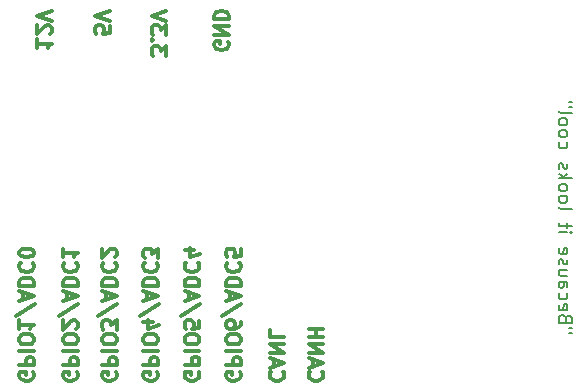
<source format=gbr>
%TF.GenerationSoftware,KiCad,Pcbnew,8.0.5*%
%TF.CreationDate,2024-12-11T15:25:16-08:00*%
%TF.ProjectId,ESP32-Proto,45535033-322d-4507-926f-746f2e6b6963,rev?*%
%TF.SameCoordinates,Original*%
%TF.FileFunction,Legend,Bot*%
%TF.FilePolarity,Positive*%
%FSLAX46Y46*%
G04 Gerber Fmt 4.6, Leading zero omitted, Abs format (unit mm)*
G04 Created by KiCad (PCBNEW 8.0.5) date 2024-12-11 15:25:16*
%MOMM*%
%LPD*%
G01*
G04 APERTURE LIST*
%ADD10C,0.300000*%
%ADD11C,0.187500*%
%ADD12C,1.600000*%
%ADD13R,1.600000X1.600000*%
%ADD14C,2.400000*%
%ADD15R,2.400000X2.400000*%
%ADD16C,3.500000*%
%ADD17O,1.350000X1.700000*%
%ADD18O,1.100000X1.500000*%
%ADD19C,2.600000*%
%ADD20R,2.600000X2.600000*%
G04 APERTURE END LIST*
D10*
X129959052Y-108450251D02*
X130018576Y-108569298D01*
X130018576Y-108569298D02*
X130018576Y-108747870D01*
X130018576Y-108747870D02*
X129959052Y-108926441D01*
X129959052Y-108926441D02*
X129840004Y-109045489D01*
X129840004Y-109045489D02*
X129720957Y-109105012D01*
X129720957Y-109105012D02*
X129482861Y-109164536D01*
X129482861Y-109164536D02*
X129304290Y-109164536D01*
X129304290Y-109164536D02*
X129066195Y-109105012D01*
X129066195Y-109105012D02*
X128947147Y-109045489D01*
X128947147Y-109045489D02*
X128828100Y-108926441D01*
X128828100Y-108926441D02*
X128768576Y-108747870D01*
X128768576Y-108747870D02*
X128768576Y-108628822D01*
X128768576Y-108628822D02*
X128828100Y-108450251D01*
X128828100Y-108450251D02*
X128887623Y-108390727D01*
X128887623Y-108390727D02*
X129304290Y-108390727D01*
X129304290Y-108390727D02*
X129304290Y-108628822D01*
X128768576Y-107855012D02*
X130018576Y-107855012D01*
X130018576Y-107855012D02*
X130018576Y-107378822D01*
X130018576Y-107378822D02*
X129959052Y-107259774D01*
X129959052Y-107259774D02*
X129899528Y-107200251D01*
X129899528Y-107200251D02*
X129780480Y-107140727D01*
X129780480Y-107140727D02*
X129601909Y-107140727D01*
X129601909Y-107140727D02*
X129482861Y-107200251D01*
X129482861Y-107200251D02*
X129423338Y-107259774D01*
X129423338Y-107259774D02*
X129363814Y-107378822D01*
X129363814Y-107378822D02*
X129363814Y-107855012D01*
X128768576Y-106605012D02*
X130018576Y-106605012D01*
X130018576Y-105771679D02*
X130018576Y-105533584D01*
X130018576Y-105533584D02*
X129959052Y-105414536D01*
X129959052Y-105414536D02*
X129840004Y-105295489D01*
X129840004Y-105295489D02*
X129601909Y-105235965D01*
X129601909Y-105235965D02*
X129185242Y-105235965D01*
X129185242Y-105235965D02*
X128947147Y-105295489D01*
X128947147Y-105295489D02*
X128828100Y-105414536D01*
X128828100Y-105414536D02*
X128768576Y-105533584D01*
X128768576Y-105533584D02*
X128768576Y-105771679D01*
X128768576Y-105771679D02*
X128828100Y-105890727D01*
X128828100Y-105890727D02*
X128947147Y-106009774D01*
X128947147Y-106009774D02*
X129185242Y-106069298D01*
X129185242Y-106069298D02*
X129601909Y-106069298D01*
X129601909Y-106069298D02*
X129840004Y-106009774D01*
X129840004Y-106009774D02*
X129959052Y-105890727D01*
X129959052Y-105890727D02*
X130018576Y-105771679D01*
X128768576Y-104045489D02*
X128768576Y-104759774D01*
X128768576Y-104402631D02*
X130018576Y-104402631D01*
X130018576Y-104402631D02*
X129840004Y-104521679D01*
X129840004Y-104521679D02*
X129720957Y-104640727D01*
X129720957Y-104640727D02*
X129661433Y-104759774D01*
X130078100Y-102616917D02*
X128470957Y-103688346D01*
X129125719Y-102259774D02*
X129125719Y-101664536D01*
X128768576Y-102378822D02*
X130018576Y-101962155D01*
X130018576Y-101962155D02*
X128768576Y-101545489D01*
X128768576Y-101128821D02*
X130018576Y-101128821D01*
X130018576Y-101128821D02*
X130018576Y-100831202D01*
X130018576Y-100831202D02*
X129959052Y-100652631D01*
X129959052Y-100652631D02*
X129840004Y-100533583D01*
X129840004Y-100533583D02*
X129720957Y-100474060D01*
X129720957Y-100474060D02*
X129482861Y-100414536D01*
X129482861Y-100414536D02*
X129304290Y-100414536D01*
X129304290Y-100414536D02*
X129066195Y-100474060D01*
X129066195Y-100474060D02*
X128947147Y-100533583D01*
X128947147Y-100533583D02*
X128828100Y-100652631D01*
X128828100Y-100652631D02*
X128768576Y-100831202D01*
X128768576Y-100831202D02*
X128768576Y-101128821D01*
X128887623Y-99164536D02*
X128828100Y-99224060D01*
X128828100Y-99224060D02*
X128768576Y-99402631D01*
X128768576Y-99402631D02*
X128768576Y-99521679D01*
X128768576Y-99521679D02*
X128828100Y-99700250D01*
X128828100Y-99700250D02*
X128947147Y-99819298D01*
X128947147Y-99819298D02*
X129066195Y-99878821D01*
X129066195Y-99878821D02*
X129304290Y-99938345D01*
X129304290Y-99938345D02*
X129482861Y-99938345D01*
X129482861Y-99938345D02*
X129720957Y-99878821D01*
X129720957Y-99878821D02*
X129840004Y-99819298D01*
X129840004Y-99819298D02*
X129959052Y-99700250D01*
X129959052Y-99700250D02*
X130018576Y-99521679D01*
X130018576Y-99521679D02*
X130018576Y-99402631D01*
X130018576Y-99402631D02*
X129959052Y-99224060D01*
X129959052Y-99224060D02*
X129899528Y-99164536D01*
X130018576Y-98390726D02*
X130018576Y-98271679D01*
X130018576Y-98271679D02*
X129959052Y-98152631D01*
X129959052Y-98152631D02*
X129899528Y-98093107D01*
X129899528Y-98093107D02*
X129780480Y-98033583D01*
X129780480Y-98033583D02*
X129542385Y-97974060D01*
X129542385Y-97974060D02*
X129244766Y-97974060D01*
X129244766Y-97974060D02*
X129006671Y-98033583D01*
X129006671Y-98033583D02*
X128887623Y-98093107D01*
X128887623Y-98093107D02*
X128828100Y-98152631D01*
X128828100Y-98152631D02*
X128768576Y-98271679D01*
X128768576Y-98271679D02*
X128768576Y-98390726D01*
X128768576Y-98390726D02*
X128828100Y-98509774D01*
X128828100Y-98509774D02*
X128887623Y-98569298D01*
X128887623Y-98569298D02*
X129006671Y-98628821D01*
X129006671Y-98628821D02*
X129244766Y-98688345D01*
X129244766Y-98688345D02*
X129542385Y-98688345D01*
X129542385Y-98688345D02*
X129780480Y-98628821D01*
X129780480Y-98628821D02*
X129899528Y-98569298D01*
X129899528Y-98569298D02*
X129959052Y-98509774D01*
X129959052Y-98509774D02*
X130018576Y-98390726D01*
X143959052Y-108450251D02*
X144018576Y-108569298D01*
X144018576Y-108569298D02*
X144018576Y-108747870D01*
X144018576Y-108747870D02*
X143959052Y-108926441D01*
X143959052Y-108926441D02*
X143840004Y-109045489D01*
X143840004Y-109045489D02*
X143720957Y-109105012D01*
X143720957Y-109105012D02*
X143482861Y-109164536D01*
X143482861Y-109164536D02*
X143304290Y-109164536D01*
X143304290Y-109164536D02*
X143066195Y-109105012D01*
X143066195Y-109105012D02*
X142947147Y-109045489D01*
X142947147Y-109045489D02*
X142828100Y-108926441D01*
X142828100Y-108926441D02*
X142768576Y-108747870D01*
X142768576Y-108747870D02*
X142768576Y-108628822D01*
X142768576Y-108628822D02*
X142828100Y-108450251D01*
X142828100Y-108450251D02*
X142887623Y-108390727D01*
X142887623Y-108390727D02*
X143304290Y-108390727D01*
X143304290Y-108390727D02*
X143304290Y-108628822D01*
X142768576Y-107855012D02*
X144018576Y-107855012D01*
X144018576Y-107855012D02*
X144018576Y-107378822D01*
X144018576Y-107378822D02*
X143959052Y-107259774D01*
X143959052Y-107259774D02*
X143899528Y-107200251D01*
X143899528Y-107200251D02*
X143780480Y-107140727D01*
X143780480Y-107140727D02*
X143601909Y-107140727D01*
X143601909Y-107140727D02*
X143482861Y-107200251D01*
X143482861Y-107200251D02*
X143423338Y-107259774D01*
X143423338Y-107259774D02*
X143363814Y-107378822D01*
X143363814Y-107378822D02*
X143363814Y-107855012D01*
X142768576Y-106605012D02*
X144018576Y-106605012D01*
X144018576Y-105771679D02*
X144018576Y-105533584D01*
X144018576Y-105533584D02*
X143959052Y-105414536D01*
X143959052Y-105414536D02*
X143840004Y-105295489D01*
X143840004Y-105295489D02*
X143601909Y-105235965D01*
X143601909Y-105235965D02*
X143185242Y-105235965D01*
X143185242Y-105235965D02*
X142947147Y-105295489D01*
X142947147Y-105295489D02*
X142828100Y-105414536D01*
X142828100Y-105414536D02*
X142768576Y-105533584D01*
X142768576Y-105533584D02*
X142768576Y-105771679D01*
X142768576Y-105771679D02*
X142828100Y-105890727D01*
X142828100Y-105890727D02*
X142947147Y-106009774D01*
X142947147Y-106009774D02*
X143185242Y-106069298D01*
X143185242Y-106069298D02*
X143601909Y-106069298D01*
X143601909Y-106069298D02*
X143840004Y-106009774D01*
X143840004Y-106009774D02*
X143959052Y-105890727D01*
X143959052Y-105890727D02*
X144018576Y-105771679D01*
X144018576Y-104105012D02*
X144018576Y-104700250D01*
X144018576Y-104700250D02*
X143423338Y-104759774D01*
X143423338Y-104759774D02*
X143482861Y-104700250D01*
X143482861Y-104700250D02*
X143542385Y-104581203D01*
X143542385Y-104581203D02*
X143542385Y-104283584D01*
X143542385Y-104283584D02*
X143482861Y-104164536D01*
X143482861Y-104164536D02*
X143423338Y-104105012D01*
X143423338Y-104105012D02*
X143304290Y-104045489D01*
X143304290Y-104045489D02*
X143006671Y-104045489D01*
X143006671Y-104045489D02*
X142887623Y-104105012D01*
X142887623Y-104105012D02*
X142828100Y-104164536D01*
X142828100Y-104164536D02*
X142768576Y-104283584D01*
X142768576Y-104283584D02*
X142768576Y-104581203D01*
X142768576Y-104581203D02*
X142828100Y-104700250D01*
X142828100Y-104700250D02*
X142887623Y-104759774D01*
X144078100Y-102616917D02*
X142470957Y-103688346D01*
X143125719Y-102259774D02*
X143125719Y-101664536D01*
X142768576Y-102378822D02*
X144018576Y-101962155D01*
X144018576Y-101962155D02*
X142768576Y-101545489D01*
X142768576Y-101128821D02*
X144018576Y-101128821D01*
X144018576Y-101128821D02*
X144018576Y-100831202D01*
X144018576Y-100831202D02*
X143959052Y-100652631D01*
X143959052Y-100652631D02*
X143840004Y-100533583D01*
X143840004Y-100533583D02*
X143720957Y-100474060D01*
X143720957Y-100474060D02*
X143482861Y-100414536D01*
X143482861Y-100414536D02*
X143304290Y-100414536D01*
X143304290Y-100414536D02*
X143066195Y-100474060D01*
X143066195Y-100474060D02*
X142947147Y-100533583D01*
X142947147Y-100533583D02*
X142828100Y-100652631D01*
X142828100Y-100652631D02*
X142768576Y-100831202D01*
X142768576Y-100831202D02*
X142768576Y-101128821D01*
X142887623Y-99164536D02*
X142828100Y-99224060D01*
X142828100Y-99224060D02*
X142768576Y-99402631D01*
X142768576Y-99402631D02*
X142768576Y-99521679D01*
X142768576Y-99521679D02*
X142828100Y-99700250D01*
X142828100Y-99700250D02*
X142947147Y-99819298D01*
X142947147Y-99819298D02*
X143066195Y-99878821D01*
X143066195Y-99878821D02*
X143304290Y-99938345D01*
X143304290Y-99938345D02*
X143482861Y-99938345D01*
X143482861Y-99938345D02*
X143720957Y-99878821D01*
X143720957Y-99878821D02*
X143840004Y-99819298D01*
X143840004Y-99819298D02*
X143959052Y-99700250D01*
X143959052Y-99700250D02*
X144018576Y-99521679D01*
X144018576Y-99521679D02*
X144018576Y-99402631D01*
X144018576Y-99402631D02*
X143959052Y-99224060D01*
X143959052Y-99224060D02*
X143899528Y-99164536D01*
X143601909Y-98093107D02*
X142768576Y-98093107D01*
X144078100Y-98390726D02*
X143185242Y-98688345D01*
X143185242Y-98688345D02*
X143185242Y-97914536D01*
X136959052Y-108450251D02*
X137018576Y-108569298D01*
X137018576Y-108569298D02*
X137018576Y-108747870D01*
X137018576Y-108747870D02*
X136959052Y-108926441D01*
X136959052Y-108926441D02*
X136840004Y-109045489D01*
X136840004Y-109045489D02*
X136720957Y-109105012D01*
X136720957Y-109105012D02*
X136482861Y-109164536D01*
X136482861Y-109164536D02*
X136304290Y-109164536D01*
X136304290Y-109164536D02*
X136066195Y-109105012D01*
X136066195Y-109105012D02*
X135947147Y-109045489D01*
X135947147Y-109045489D02*
X135828100Y-108926441D01*
X135828100Y-108926441D02*
X135768576Y-108747870D01*
X135768576Y-108747870D02*
X135768576Y-108628822D01*
X135768576Y-108628822D02*
X135828100Y-108450251D01*
X135828100Y-108450251D02*
X135887623Y-108390727D01*
X135887623Y-108390727D02*
X136304290Y-108390727D01*
X136304290Y-108390727D02*
X136304290Y-108628822D01*
X135768576Y-107855012D02*
X137018576Y-107855012D01*
X137018576Y-107855012D02*
X137018576Y-107378822D01*
X137018576Y-107378822D02*
X136959052Y-107259774D01*
X136959052Y-107259774D02*
X136899528Y-107200251D01*
X136899528Y-107200251D02*
X136780480Y-107140727D01*
X136780480Y-107140727D02*
X136601909Y-107140727D01*
X136601909Y-107140727D02*
X136482861Y-107200251D01*
X136482861Y-107200251D02*
X136423338Y-107259774D01*
X136423338Y-107259774D02*
X136363814Y-107378822D01*
X136363814Y-107378822D02*
X136363814Y-107855012D01*
X135768576Y-106605012D02*
X137018576Y-106605012D01*
X137018576Y-105771679D02*
X137018576Y-105533584D01*
X137018576Y-105533584D02*
X136959052Y-105414536D01*
X136959052Y-105414536D02*
X136840004Y-105295489D01*
X136840004Y-105295489D02*
X136601909Y-105235965D01*
X136601909Y-105235965D02*
X136185242Y-105235965D01*
X136185242Y-105235965D02*
X135947147Y-105295489D01*
X135947147Y-105295489D02*
X135828100Y-105414536D01*
X135828100Y-105414536D02*
X135768576Y-105533584D01*
X135768576Y-105533584D02*
X135768576Y-105771679D01*
X135768576Y-105771679D02*
X135828100Y-105890727D01*
X135828100Y-105890727D02*
X135947147Y-106009774D01*
X135947147Y-106009774D02*
X136185242Y-106069298D01*
X136185242Y-106069298D02*
X136601909Y-106069298D01*
X136601909Y-106069298D02*
X136840004Y-106009774D01*
X136840004Y-106009774D02*
X136959052Y-105890727D01*
X136959052Y-105890727D02*
X137018576Y-105771679D01*
X137018576Y-104819298D02*
X137018576Y-104045489D01*
X137018576Y-104045489D02*
X136542385Y-104462155D01*
X136542385Y-104462155D02*
X136542385Y-104283584D01*
X136542385Y-104283584D02*
X136482861Y-104164536D01*
X136482861Y-104164536D02*
X136423338Y-104105012D01*
X136423338Y-104105012D02*
X136304290Y-104045489D01*
X136304290Y-104045489D02*
X136006671Y-104045489D01*
X136006671Y-104045489D02*
X135887623Y-104105012D01*
X135887623Y-104105012D02*
X135828100Y-104164536D01*
X135828100Y-104164536D02*
X135768576Y-104283584D01*
X135768576Y-104283584D02*
X135768576Y-104640727D01*
X135768576Y-104640727D02*
X135828100Y-104759774D01*
X135828100Y-104759774D02*
X135887623Y-104819298D01*
X137078100Y-102616917D02*
X135470957Y-103688346D01*
X136125719Y-102259774D02*
X136125719Y-101664536D01*
X135768576Y-102378822D02*
X137018576Y-101962155D01*
X137018576Y-101962155D02*
X135768576Y-101545489D01*
X135768576Y-101128821D02*
X137018576Y-101128821D01*
X137018576Y-101128821D02*
X137018576Y-100831202D01*
X137018576Y-100831202D02*
X136959052Y-100652631D01*
X136959052Y-100652631D02*
X136840004Y-100533583D01*
X136840004Y-100533583D02*
X136720957Y-100474060D01*
X136720957Y-100474060D02*
X136482861Y-100414536D01*
X136482861Y-100414536D02*
X136304290Y-100414536D01*
X136304290Y-100414536D02*
X136066195Y-100474060D01*
X136066195Y-100474060D02*
X135947147Y-100533583D01*
X135947147Y-100533583D02*
X135828100Y-100652631D01*
X135828100Y-100652631D02*
X135768576Y-100831202D01*
X135768576Y-100831202D02*
X135768576Y-101128821D01*
X135887623Y-99164536D02*
X135828100Y-99224060D01*
X135828100Y-99224060D02*
X135768576Y-99402631D01*
X135768576Y-99402631D02*
X135768576Y-99521679D01*
X135768576Y-99521679D02*
X135828100Y-99700250D01*
X135828100Y-99700250D02*
X135947147Y-99819298D01*
X135947147Y-99819298D02*
X136066195Y-99878821D01*
X136066195Y-99878821D02*
X136304290Y-99938345D01*
X136304290Y-99938345D02*
X136482861Y-99938345D01*
X136482861Y-99938345D02*
X136720957Y-99878821D01*
X136720957Y-99878821D02*
X136840004Y-99819298D01*
X136840004Y-99819298D02*
X136959052Y-99700250D01*
X136959052Y-99700250D02*
X137018576Y-99521679D01*
X137018576Y-99521679D02*
X137018576Y-99402631D01*
X137018576Y-99402631D02*
X136959052Y-99224060D01*
X136959052Y-99224060D02*
X136899528Y-99164536D01*
X136899528Y-98688345D02*
X136959052Y-98628821D01*
X136959052Y-98628821D02*
X137018576Y-98509774D01*
X137018576Y-98509774D02*
X137018576Y-98212155D01*
X137018576Y-98212155D02*
X136959052Y-98093107D01*
X136959052Y-98093107D02*
X136899528Y-98033583D01*
X136899528Y-98033583D02*
X136780480Y-97974060D01*
X136780480Y-97974060D02*
X136661433Y-97974060D01*
X136661433Y-97974060D02*
X136482861Y-98033583D01*
X136482861Y-98033583D02*
X135768576Y-98747869D01*
X135768576Y-98747869D02*
X135768576Y-97974060D01*
X146459052Y-80450251D02*
X146518576Y-80569298D01*
X146518576Y-80569298D02*
X146518576Y-80747870D01*
X146518576Y-80747870D02*
X146459052Y-80926441D01*
X146459052Y-80926441D02*
X146340004Y-81045489D01*
X146340004Y-81045489D02*
X146220957Y-81105012D01*
X146220957Y-81105012D02*
X145982861Y-81164536D01*
X145982861Y-81164536D02*
X145804290Y-81164536D01*
X145804290Y-81164536D02*
X145566195Y-81105012D01*
X145566195Y-81105012D02*
X145447147Y-81045489D01*
X145447147Y-81045489D02*
X145328100Y-80926441D01*
X145328100Y-80926441D02*
X145268576Y-80747870D01*
X145268576Y-80747870D02*
X145268576Y-80628822D01*
X145268576Y-80628822D02*
X145328100Y-80450251D01*
X145328100Y-80450251D02*
X145387623Y-80390727D01*
X145387623Y-80390727D02*
X145804290Y-80390727D01*
X145804290Y-80390727D02*
X145804290Y-80628822D01*
X145268576Y-79855012D02*
X146518576Y-79855012D01*
X146518576Y-79855012D02*
X145268576Y-79140727D01*
X145268576Y-79140727D02*
X146518576Y-79140727D01*
X145268576Y-78545488D02*
X146518576Y-78545488D01*
X146518576Y-78545488D02*
X146518576Y-78247869D01*
X146518576Y-78247869D02*
X146459052Y-78069298D01*
X146459052Y-78069298D02*
X146340004Y-77950250D01*
X146340004Y-77950250D02*
X146220957Y-77890727D01*
X146220957Y-77890727D02*
X145982861Y-77831203D01*
X145982861Y-77831203D02*
X145804290Y-77831203D01*
X145804290Y-77831203D02*
X145566195Y-77890727D01*
X145566195Y-77890727D02*
X145447147Y-77950250D01*
X145447147Y-77950250D02*
X145328100Y-78069298D01*
X145328100Y-78069298D02*
X145268576Y-78247869D01*
X145268576Y-78247869D02*
X145268576Y-78545488D01*
X153387623Y-108390727D02*
X153328100Y-108450251D01*
X153328100Y-108450251D02*
X153268576Y-108628822D01*
X153268576Y-108628822D02*
X153268576Y-108747870D01*
X153268576Y-108747870D02*
X153328100Y-108926441D01*
X153328100Y-108926441D02*
X153447147Y-109045489D01*
X153447147Y-109045489D02*
X153566195Y-109105012D01*
X153566195Y-109105012D02*
X153804290Y-109164536D01*
X153804290Y-109164536D02*
X153982861Y-109164536D01*
X153982861Y-109164536D02*
X154220957Y-109105012D01*
X154220957Y-109105012D02*
X154340004Y-109045489D01*
X154340004Y-109045489D02*
X154459052Y-108926441D01*
X154459052Y-108926441D02*
X154518576Y-108747870D01*
X154518576Y-108747870D02*
X154518576Y-108628822D01*
X154518576Y-108628822D02*
X154459052Y-108450251D01*
X154459052Y-108450251D02*
X154399528Y-108390727D01*
X153625719Y-107914536D02*
X153625719Y-107319298D01*
X153268576Y-108033584D02*
X154518576Y-107616917D01*
X154518576Y-107616917D02*
X153268576Y-107200251D01*
X153268576Y-106783583D02*
X154518576Y-106783583D01*
X154518576Y-106783583D02*
X153268576Y-106069298D01*
X153268576Y-106069298D02*
X154518576Y-106069298D01*
X153268576Y-105474059D02*
X154518576Y-105474059D01*
X153923338Y-105474059D02*
X153923338Y-104759774D01*
X153268576Y-104759774D02*
X154518576Y-104759774D01*
X150087623Y-108390727D02*
X150028100Y-108450251D01*
X150028100Y-108450251D02*
X149968576Y-108628822D01*
X149968576Y-108628822D02*
X149968576Y-108747870D01*
X149968576Y-108747870D02*
X150028100Y-108926441D01*
X150028100Y-108926441D02*
X150147147Y-109045489D01*
X150147147Y-109045489D02*
X150266195Y-109105012D01*
X150266195Y-109105012D02*
X150504290Y-109164536D01*
X150504290Y-109164536D02*
X150682861Y-109164536D01*
X150682861Y-109164536D02*
X150920957Y-109105012D01*
X150920957Y-109105012D02*
X151040004Y-109045489D01*
X151040004Y-109045489D02*
X151159052Y-108926441D01*
X151159052Y-108926441D02*
X151218576Y-108747870D01*
X151218576Y-108747870D02*
X151218576Y-108628822D01*
X151218576Y-108628822D02*
X151159052Y-108450251D01*
X151159052Y-108450251D02*
X151099528Y-108390727D01*
X150325719Y-107914536D02*
X150325719Y-107319298D01*
X149968576Y-108033584D02*
X151218576Y-107616917D01*
X151218576Y-107616917D02*
X149968576Y-107200251D01*
X149968576Y-106783583D02*
X151218576Y-106783583D01*
X151218576Y-106783583D02*
X149968576Y-106069298D01*
X149968576Y-106069298D02*
X151218576Y-106069298D01*
X149968576Y-104878821D02*
X149968576Y-105474059D01*
X149968576Y-105474059D02*
X151218576Y-105474059D01*
X130268576Y-80250251D02*
X130268576Y-80964536D01*
X130268576Y-80607393D02*
X131518576Y-80607393D01*
X131518576Y-80607393D02*
X131340004Y-80726441D01*
X131340004Y-80726441D02*
X131220957Y-80845489D01*
X131220957Y-80845489D02*
X131161433Y-80964536D01*
X131399528Y-79774060D02*
X131459052Y-79714536D01*
X131459052Y-79714536D02*
X131518576Y-79595489D01*
X131518576Y-79595489D02*
X131518576Y-79297870D01*
X131518576Y-79297870D02*
X131459052Y-79178822D01*
X131459052Y-79178822D02*
X131399528Y-79119298D01*
X131399528Y-79119298D02*
X131280480Y-79059775D01*
X131280480Y-79059775D02*
X131161433Y-79059775D01*
X131161433Y-79059775D02*
X130982861Y-79119298D01*
X130982861Y-79119298D02*
X130268576Y-79833584D01*
X130268576Y-79833584D02*
X130268576Y-79059775D01*
X131518576Y-78702632D02*
X130268576Y-78285965D01*
X130268576Y-78285965D02*
X131518576Y-77869299D01*
D11*
X175544369Y-105123351D02*
X175334845Y-105123351D01*
X175544369Y-104704303D02*
X175334845Y-104704303D01*
X175020559Y-103866208D02*
X174968178Y-103709065D01*
X174968178Y-103709065D02*
X174915797Y-103656684D01*
X174915797Y-103656684D02*
X174811035Y-103604303D01*
X174811035Y-103604303D02*
X174653892Y-103604303D01*
X174653892Y-103604303D02*
X174549130Y-103656684D01*
X174549130Y-103656684D02*
X174496750Y-103709065D01*
X174496750Y-103709065D02*
X174444369Y-103813827D01*
X174444369Y-103813827D02*
X174444369Y-104232875D01*
X174444369Y-104232875D02*
X175544369Y-104232875D01*
X175544369Y-104232875D02*
X175544369Y-103866208D01*
X175544369Y-103866208D02*
X175491988Y-103761446D01*
X175491988Y-103761446D02*
X175439607Y-103709065D01*
X175439607Y-103709065D02*
X175334845Y-103656684D01*
X175334845Y-103656684D02*
X175230083Y-103656684D01*
X175230083Y-103656684D02*
X175125321Y-103709065D01*
X175125321Y-103709065D02*
X175072940Y-103761446D01*
X175072940Y-103761446D02*
X175020559Y-103866208D01*
X175020559Y-103866208D02*
X175020559Y-104232875D01*
X174496750Y-102713827D02*
X174444369Y-102818589D01*
X174444369Y-102818589D02*
X174444369Y-103028113D01*
X174444369Y-103028113D02*
X174496750Y-103132875D01*
X174496750Y-103132875D02*
X174601511Y-103185256D01*
X174601511Y-103185256D02*
X175020559Y-103185256D01*
X175020559Y-103185256D02*
X175125321Y-103132875D01*
X175125321Y-103132875D02*
X175177702Y-103028113D01*
X175177702Y-103028113D02*
X175177702Y-102818589D01*
X175177702Y-102818589D02*
X175125321Y-102713827D01*
X175125321Y-102713827D02*
X175020559Y-102661446D01*
X175020559Y-102661446D02*
X174915797Y-102661446D01*
X174915797Y-102661446D02*
X174811035Y-103185256D01*
X174496750Y-101718589D02*
X174444369Y-101823351D01*
X174444369Y-101823351D02*
X174444369Y-102032875D01*
X174444369Y-102032875D02*
X174496750Y-102137637D01*
X174496750Y-102137637D02*
X174549130Y-102190018D01*
X174549130Y-102190018D02*
X174653892Y-102242399D01*
X174653892Y-102242399D02*
X174968178Y-102242399D01*
X174968178Y-102242399D02*
X175072940Y-102190018D01*
X175072940Y-102190018D02*
X175125321Y-102137637D01*
X175125321Y-102137637D02*
X175177702Y-102032875D01*
X175177702Y-102032875D02*
X175177702Y-101823351D01*
X175177702Y-101823351D02*
X175125321Y-101718589D01*
X174444369Y-100775732D02*
X175020559Y-100775732D01*
X175020559Y-100775732D02*
X175125321Y-100828113D01*
X175125321Y-100828113D02*
X175177702Y-100932875D01*
X175177702Y-100932875D02*
X175177702Y-101142399D01*
X175177702Y-101142399D02*
X175125321Y-101247161D01*
X174496750Y-100775732D02*
X174444369Y-100880494D01*
X174444369Y-100880494D02*
X174444369Y-101142399D01*
X174444369Y-101142399D02*
X174496750Y-101247161D01*
X174496750Y-101247161D02*
X174601511Y-101299542D01*
X174601511Y-101299542D02*
X174706273Y-101299542D01*
X174706273Y-101299542D02*
X174811035Y-101247161D01*
X174811035Y-101247161D02*
X174863416Y-101142399D01*
X174863416Y-101142399D02*
X174863416Y-100880494D01*
X174863416Y-100880494D02*
X174915797Y-100775732D01*
X175177702Y-99780494D02*
X174444369Y-99780494D01*
X175177702Y-100251923D02*
X174601511Y-100251923D01*
X174601511Y-100251923D02*
X174496750Y-100199542D01*
X174496750Y-100199542D02*
X174444369Y-100094780D01*
X174444369Y-100094780D02*
X174444369Y-99937637D01*
X174444369Y-99937637D02*
X174496750Y-99832875D01*
X174496750Y-99832875D02*
X174549130Y-99780494D01*
X174496750Y-99309066D02*
X174444369Y-99204304D01*
X174444369Y-99204304D02*
X174444369Y-98994780D01*
X174444369Y-98994780D02*
X174496750Y-98890018D01*
X174496750Y-98890018D02*
X174601511Y-98837637D01*
X174601511Y-98837637D02*
X174653892Y-98837637D01*
X174653892Y-98837637D02*
X174758654Y-98890018D01*
X174758654Y-98890018D02*
X174811035Y-98994780D01*
X174811035Y-98994780D02*
X174811035Y-99151923D01*
X174811035Y-99151923D02*
X174863416Y-99256685D01*
X174863416Y-99256685D02*
X174968178Y-99309066D01*
X174968178Y-99309066D02*
X175020559Y-99309066D01*
X175020559Y-99309066D02*
X175125321Y-99256685D01*
X175125321Y-99256685D02*
X175177702Y-99151923D01*
X175177702Y-99151923D02*
X175177702Y-98994780D01*
X175177702Y-98994780D02*
X175125321Y-98890018D01*
X174496750Y-97947161D02*
X174444369Y-98051923D01*
X174444369Y-98051923D02*
X174444369Y-98261447D01*
X174444369Y-98261447D02*
X174496750Y-98366209D01*
X174496750Y-98366209D02*
X174601511Y-98418590D01*
X174601511Y-98418590D02*
X175020559Y-98418590D01*
X175020559Y-98418590D02*
X175125321Y-98366209D01*
X175125321Y-98366209D02*
X175177702Y-98261447D01*
X175177702Y-98261447D02*
X175177702Y-98051923D01*
X175177702Y-98051923D02*
X175125321Y-97947161D01*
X175125321Y-97947161D02*
X175020559Y-97894780D01*
X175020559Y-97894780D02*
X174915797Y-97894780D01*
X174915797Y-97894780D02*
X174811035Y-98418590D01*
X174444369Y-96585257D02*
X175177702Y-96585257D01*
X175544369Y-96585257D02*
X175491988Y-96637638D01*
X175491988Y-96637638D02*
X175439607Y-96585257D01*
X175439607Y-96585257D02*
X175491988Y-96532876D01*
X175491988Y-96532876D02*
X175544369Y-96585257D01*
X175544369Y-96585257D02*
X175439607Y-96585257D01*
X175177702Y-96218590D02*
X175177702Y-95799542D01*
X175544369Y-96061447D02*
X174601511Y-96061447D01*
X174601511Y-96061447D02*
X174496750Y-96009066D01*
X174496750Y-96009066D02*
X174444369Y-95904304D01*
X174444369Y-95904304D02*
X174444369Y-95799542D01*
X174444369Y-94437638D02*
X174496750Y-94542400D01*
X174496750Y-94542400D02*
X174601511Y-94594781D01*
X174601511Y-94594781D02*
X175544369Y-94594781D01*
X174444369Y-93861448D02*
X174496750Y-93966210D01*
X174496750Y-93966210D02*
X174549130Y-94018591D01*
X174549130Y-94018591D02*
X174653892Y-94070972D01*
X174653892Y-94070972D02*
X174968178Y-94070972D01*
X174968178Y-94070972D02*
X175072940Y-94018591D01*
X175072940Y-94018591D02*
X175125321Y-93966210D01*
X175125321Y-93966210D02*
X175177702Y-93861448D01*
X175177702Y-93861448D02*
X175177702Y-93704305D01*
X175177702Y-93704305D02*
X175125321Y-93599543D01*
X175125321Y-93599543D02*
X175072940Y-93547162D01*
X175072940Y-93547162D02*
X174968178Y-93494781D01*
X174968178Y-93494781D02*
X174653892Y-93494781D01*
X174653892Y-93494781D02*
X174549130Y-93547162D01*
X174549130Y-93547162D02*
X174496750Y-93599543D01*
X174496750Y-93599543D02*
X174444369Y-93704305D01*
X174444369Y-93704305D02*
X174444369Y-93861448D01*
X174444369Y-92866210D02*
X174496750Y-92970972D01*
X174496750Y-92970972D02*
X174549130Y-93023353D01*
X174549130Y-93023353D02*
X174653892Y-93075734D01*
X174653892Y-93075734D02*
X174968178Y-93075734D01*
X174968178Y-93075734D02*
X175072940Y-93023353D01*
X175072940Y-93023353D02*
X175125321Y-92970972D01*
X175125321Y-92970972D02*
X175177702Y-92866210D01*
X175177702Y-92866210D02*
X175177702Y-92709067D01*
X175177702Y-92709067D02*
X175125321Y-92604305D01*
X175125321Y-92604305D02*
X175072940Y-92551924D01*
X175072940Y-92551924D02*
X174968178Y-92499543D01*
X174968178Y-92499543D02*
X174653892Y-92499543D01*
X174653892Y-92499543D02*
X174549130Y-92551924D01*
X174549130Y-92551924D02*
X174496750Y-92604305D01*
X174496750Y-92604305D02*
X174444369Y-92709067D01*
X174444369Y-92709067D02*
X174444369Y-92866210D01*
X174444369Y-92028115D02*
X175544369Y-92028115D01*
X174863416Y-91923353D02*
X174444369Y-91609067D01*
X175177702Y-91609067D02*
X174758654Y-92028115D01*
X174496750Y-91190020D02*
X174444369Y-91085258D01*
X174444369Y-91085258D02*
X174444369Y-90875734D01*
X174444369Y-90875734D02*
X174496750Y-90770972D01*
X174496750Y-90770972D02*
X174601511Y-90718591D01*
X174601511Y-90718591D02*
X174653892Y-90718591D01*
X174653892Y-90718591D02*
X174758654Y-90770972D01*
X174758654Y-90770972D02*
X174811035Y-90875734D01*
X174811035Y-90875734D02*
X174811035Y-91032877D01*
X174811035Y-91032877D02*
X174863416Y-91137639D01*
X174863416Y-91137639D02*
X174968178Y-91190020D01*
X174968178Y-91190020D02*
X175020559Y-91190020D01*
X175020559Y-91190020D02*
X175125321Y-91137639D01*
X175125321Y-91137639D02*
X175177702Y-91032877D01*
X175177702Y-91032877D02*
X175177702Y-90875734D01*
X175177702Y-90875734D02*
X175125321Y-90770972D01*
X174496750Y-88937639D02*
X174444369Y-89042401D01*
X174444369Y-89042401D02*
X174444369Y-89251925D01*
X174444369Y-89251925D02*
X174496750Y-89356687D01*
X174496750Y-89356687D02*
X174549130Y-89409068D01*
X174549130Y-89409068D02*
X174653892Y-89461449D01*
X174653892Y-89461449D02*
X174968178Y-89461449D01*
X174968178Y-89461449D02*
X175072940Y-89409068D01*
X175072940Y-89409068D02*
X175125321Y-89356687D01*
X175125321Y-89356687D02*
X175177702Y-89251925D01*
X175177702Y-89251925D02*
X175177702Y-89042401D01*
X175177702Y-89042401D02*
X175125321Y-88937639D01*
X174444369Y-88309068D02*
X174496750Y-88413830D01*
X174496750Y-88413830D02*
X174549130Y-88466211D01*
X174549130Y-88466211D02*
X174653892Y-88518592D01*
X174653892Y-88518592D02*
X174968178Y-88518592D01*
X174968178Y-88518592D02*
X175072940Y-88466211D01*
X175072940Y-88466211D02*
X175125321Y-88413830D01*
X175125321Y-88413830D02*
X175177702Y-88309068D01*
X175177702Y-88309068D02*
X175177702Y-88151925D01*
X175177702Y-88151925D02*
X175125321Y-88047163D01*
X175125321Y-88047163D02*
X175072940Y-87994782D01*
X175072940Y-87994782D02*
X174968178Y-87942401D01*
X174968178Y-87942401D02*
X174653892Y-87942401D01*
X174653892Y-87942401D02*
X174549130Y-87994782D01*
X174549130Y-87994782D02*
X174496750Y-88047163D01*
X174496750Y-88047163D02*
X174444369Y-88151925D01*
X174444369Y-88151925D02*
X174444369Y-88309068D01*
X174444369Y-87313830D02*
X174496750Y-87418592D01*
X174496750Y-87418592D02*
X174549130Y-87470973D01*
X174549130Y-87470973D02*
X174653892Y-87523354D01*
X174653892Y-87523354D02*
X174968178Y-87523354D01*
X174968178Y-87523354D02*
X175072940Y-87470973D01*
X175072940Y-87470973D02*
X175125321Y-87418592D01*
X175125321Y-87418592D02*
X175177702Y-87313830D01*
X175177702Y-87313830D02*
X175177702Y-87156687D01*
X175177702Y-87156687D02*
X175125321Y-87051925D01*
X175125321Y-87051925D02*
X175072940Y-86999544D01*
X175072940Y-86999544D02*
X174968178Y-86947163D01*
X174968178Y-86947163D02*
X174653892Y-86947163D01*
X174653892Y-86947163D02*
X174549130Y-86999544D01*
X174549130Y-86999544D02*
X174496750Y-87051925D01*
X174496750Y-87051925D02*
X174444369Y-87156687D01*
X174444369Y-87156687D02*
X174444369Y-87313830D01*
X174444369Y-86318592D02*
X174496750Y-86423354D01*
X174496750Y-86423354D02*
X174601511Y-86475735D01*
X174601511Y-86475735D02*
X175544369Y-86475735D01*
X175544369Y-85951926D02*
X175334845Y-85951926D01*
X175544369Y-85532878D02*
X175334845Y-85532878D01*
D10*
X147459052Y-108450251D02*
X147518576Y-108569298D01*
X147518576Y-108569298D02*
X147518576Y-108747870D01*
X147518576Y-108747870D02*
X147459052Y-108926441D01*
X147459052Y-108926441D02*
X147340004Y-109045489D01*
X147340004Y-109045489D02*
X147220957Y-109105012D01*
X147220957Y-109105012D02*
X146982861Y-109164536D01*
X146982861Y-109164536D02*
X146804290Y-109164536D01*
X146804290Y-109164536D02*
X146566195Y-109105012D01*
X146566195Y-109105012D02*
X146447147Y-109045489D01*
X146447147Y-109045489D02*
X146328100Y-108926441D01*
X146328100Y-108926441D02*
X146268576Y-108747870D01*
X146268576Y-108747870D02*
X146268576Y-108628822D01*
X146268576Y-108628822D02*
X146328100Y-108450251D01*
X146328100Y-108450251D02*
X146387623Y-108390727D01*
X146387623Y-108390727D02*
X146804290Y-108390727D01*
X146804290Y-108390727D02*
X146804290Y-108628822D01*
X146268576Y-107855012D02*
X147518576Y-107855012D01*
X147518576Y-107855012D02*
X147518576Y-107378822D01*
X147518576Y-107378822D02*
X147459052Y-107259774D01*
X147459052Y-107259774D02*
X147399528Y-107200251D01*
X147399528Y-107200251D02*
X147280480Y-107140727D01*
X147280480Y-107140727D02*
X147101909Y-107140727D01*
X147101909Y-107140727D02*
X146982861Y-107200251D01*
X146982861Y-107200251D02*
X146923338Y-107259774D01*
X146923338Y-107259774D02*
X146863814Y-107378822D01*
X146863814Y-107378822D02*
X146863814Y-107855012D01*
X146268576Y-106605012D02*
X147518576Y-106605012D01*
X147518576Y-105771679D02*
X147518576Y-105533584D01*
X147518576Y-105533584D02*
X147459052Y-105414536D01*
X147459052Y-105414536D02*
X147340004Y-105295489D01*
X147340004Y-105295489D02*
X147101909Y-105235965D01*
X147101909Y-105235965D02*
X146685242Y-105235965D01*
X146685242Y-105235965D02*
X146447147Y-105295489D01*
X146447147Y-105295489D02*
X146328100Y-105414536D01*
X146328100Y-105414536D02*
X146268576Y-105533584D01*
X146268576Y-105533584D02*
X146268576Y-105771679D01*
X146268576Y-105771679D02*
X146328100Y-105890727D01*
X146328100Y-105890727D02*
X146447147Y-106009774D01*
X146447147Y-106009774D02*
X146685242Y-106069298D01*
X146685242Y-106069298D02*
X147101909Y-106069298D01*
X147101909Y-106069298D02*
X147340004Y-106009774D01*
X147340004Y-106009774D02*
X147459052Y-105890727D01*
X147459052Y-105890727D02*
X147518576Y-105771679D01*
X147518576Y-104164536D02*
X147518576Y-104402631D01*
X147518576Y-104402631D02*
X147459052Y-104521679D01*
X147459052Y-104521679D02*
X147399528Y-104581203D01*
X147399528Y-104581203D02*
X147220957Y-104700250D01*
X147220957Y-104700250D02*
X146982861Y-104759774D01*
X146982861Y-104759774D02*
X146506671Y-104759774D01*
X146506671Y-104759774D02*
X146387623Y-104700250D01*
X146387623Y-104700250D02*
X146328100Y-104640727D01*
X146328100Y-104640727D02*
X146268576Y-104521679D01*
X146268576Y-104521679D02*
X146268576Y-104283584D01*
X146268576Y-104283584D02*
X146328100Y-104164536D01*
X146328100Y-104164536D02*
X146387623Y-104105012D01*
X146387623Y-104105012D02*
X146506671Y-104045489D01*
X146506671Y-104045489D02*
X146804290Y-104045489D01*
X146804290Y-104045489D02*
X146923338Y-104105012D01*
X146923338Y-104105012D02*
X146982861Y-104164536D01*
X146982861Y-104164536D02*
X147042385Y-104283584D01*
X147042385Y-104283584D02*
X147042385Y-104521679D01*
X147042385Y-104521679D02*
X146982861Y-104640727D01*
X146982861Y-104640727D02*
X146923338Y-104700250D01*
X146923338Y-104700250D02*
X146804290Y-104759774D01*
X147578100Y-102616917D02*
X145970957Y-103688346D01*
X146625719Y-102259774D02*
X146625719Y-101664536D01*
X146268576Y-102378822D02*
X147518576Y-101962155D01*
X147518576Y-101962155D02*
X146268576Y-101545489D01*
X146268576Y-101128821D02*
X147518576Y-101128821D01*
X147518576Y-101128821D02*
X147518576Y-100831202D01*
X147518576Y-100831202D02*
X147459052Y-100652631D01*
X147459052Y-100652631D02*
X147340004Y-100533583D01*
X147340004Y-100533583D02*
X147220957Y-100474060D01*
X147220957Y-100474060D02*
X146982861Y-100414536D01*
X146982861Y-100414536D02*
X146804290Y-100414536D01*
X146804290Y-100414536D02*
X146566195Y-100474060D01*
X146566195Y-100474060D02*
X146447147Y-100533583D01*
X146447147Y-100533583D02*
X146328100Y-100652631D01*
X146328100Y-100652631D02*
X146268576Y-100831202D01*
X146268576Y-100831202D02*
X146268576Y-101128821D01*
X146387623Y-99164536D02*
X146328100Y-99224060D01*
X146328100Y-99224060D02*
X146268576Y-99402631D01*
X146268576Y-99402631D02*
X146268576Y-99521679D01*
X146268576Y-99521679D02*
X146328100Y-99700250D01*
X146328100Y-99700250D02*
X146447147Y-99819298D01*
X146447147Y-99819298D02*
X146566195Y-99878821D01*
X146566195Y-99878821D02*
X146804290Y-99938345D01*
X146804290Y-99938345D02*
X146982861Y-99938345D01*
X146982861Y-99938345D02*
X147220957Y-99878821D01*
X147220957Y-99878821D02*
X147340004Y-99819298D01*
X147340004Y-99819298D02*
X147459052Y-99700250D01*
X147459052Y-99700250D02*
X147518576Y-99521679D01*
X147518576Y-99521679D02*
X147518576Y-99402631D01*
X147518576Y-99402631D02*
X147459052Y-99224060D01*
X147459052Y-99224060D02*
X147399528Y-99164536D01*
X147518576Y-98033583D02*
X147518576Y-98628821D01*
X147518576Y-98628821D02*
X146923338Y-98688345D01*
X146923338Y-98688345D02*
X146982861Y-98628821D01*
X146982861Y-98628821D02*
X147042385Y-98509774D01*
X147042385Y-98509774D02*
X147042385Y-98212155D01*
X147042385Y-98212155D02*
X146982861Y-98093107D01*
X146982861Y-98093107D02*
X146923338Y-98033583D01*
X146923338Y-98033583D02*
X146804290Y-97974060D01*
X146804290Y-97974060D02*
X146506671Y-97974060D01*
X146506671Y-97974060D02*
X146387623Y-98033583D01*
X146387623Y-98033583D02*
X146328100Y-98093107D01*
X146328100Y-98093107D02*
X146268576Y-98212155D01*
X146268576Y-98212155D02*
X146268576Y-98509774D01*
X146268576Y-98509774D02*
X146328100Y-98628821D01*
X146328100Y-98628821D02*
X146387623Y-98688345D01*
X141218576Y-81624060D02*
X141218576Y-80850251D01*
X141218576Y-80850251D02*
X140742385Y-81266917D01*
X140742385Y-81266917D02*
X140742385Y-81088346D01*
X140742385Y-81088346D02*
X140682861Y-80969298D01*
X140682861Y-80969298D02*
X140623338Y-80909774D01*
X140623338Y-80909774D02*
X140504290Y-80850251D01*
X140504290Y-80850251D02*
X140206671Y-80850251D01*
X140206671Y-80850251D02*
X140087623Y-80909774D01*
X140087623Y-80909774D02*
X140028100Y-80969298D01*
X140028100Y-80969298D02*
X139968576Y-81088346D01*
X139968576Y-81088346D02*
X139968576Y-81445489D01*
X139968576Y-81445489D02*
X140028100Y-81564536D01*
X140028100Y-81564536D02*
X140087623Y-81624060D01*
X140087623Y-80314536D02*
X140028100Y-80255013D01*
X140028100Y-80255013D02*
X139968576Y-80314536D01*
X139968576Y-80314536D02*
X140028100Y-80374060D01*
X140028100Y-80374060D02*
X140087623Y-80314536D01*
X140087623Y-80314536D02*
X139968576Y-80314536D01*
X141218576Y-79838346D02*
X141218576Y-79064537D01*
X141218576Y-79064537D02*
X140742385Y-79481203D01*
X140742385Y-79481203D02*
X140742385Y-79302632D01*
X140742385Y-79302632D02*
X140682861Y-79183584D01*
X140682861Y-79183584D02*
X140623338Y-79124060D01*
X140623338Y-79124060D02*
X140504290Y-79064537D01*
X140504290Y-79064537D02*
X140206671Y-79064537D01*
X140206671Y-79064537D02*
X140087623Y-79124060D01*
X140087623Y-79124060D02*
X140028100Y-79183584D01*
X140028100Y-79183584D02*
X139968576Y-79302632D01*
X139968576Y-79302632D02*
X139968576Y-79659775D01*
X139968576Y-79659775D02*
X140028100Y-79778822D01*
X140028100Y-79778822D02*
X140087623Y-79838346D01*
X141218576Y-78707394D02*
X139968576Y-78290727D01*
X139968576Y-78290727D02*
X141218576Y-77874061D01*
X136418576Y-79109774D02*
X136418576Y-79705012D01*
X136418576Y-79705012D02*
X135823338Y-79764536D01*
X135823338Y-79764536D02*
X135882861Y-79705012D01*
X135882861Y-79705012D02*
X135942385Y-79585965D01*
X135942385Y-79585965D02*
X135942385Y-79288346D01*
X135942385Y-79288346D02*
X135882861Y-79169298D01*
X135882861Y-79169298D02*
X135823338Y-79109774D01*
X135823338Y-79109774D02*
X135704290Y-79050251D01*
X135704290Y-79050251D02*
X135406671Y-79050251D01*
X135406671Y-79050251D02*
X135287623Y-79109774D01*
X135287623Y-79109774D02*
X135228100Y-79169298D01*
X135228100Y-79169298D02*
X135168576Y-79288346D01*
X135168576Y-79288346D02*
X135168576Y-79585965D01*
X135168576Y-79585965D02*
X135228100Y-79705012D01*
X135228100Y-79705012D02*
X135287623Y-79764536D01*
X136418576Y-78693108D02*
X135168576Y-78276441D01*
X135168576Y-78276441D02*
X136418576Y-77859775D01*
X140459052Y-108450251D02*
X140518576Y-108569298D01*
X140518576Y-108569298D02*
X140518576Y-108747870D01*
X140518576Y-108747870D02*
X140459052Y-108926441D01*
X140459052Y-108926441D02*
X140340004Y-109045489D01*
X140340004Y-109045489D02*
X140220957Y-109105012D01*
X140220957Y-109105012D02*
X139982861Y-109164536D01*
X139982861Y-109164536D02*
X139804290Y-109164536D01*
X139804290Y-109164536D02*
X139566195Y-109105012D01*
X139566195Y-109105012D02*
X139447147Y-109045489D01*
X139447147Y-109045489D02*
X139328100Y-108926441D01*
X139328100Y-108926441D02*
X139268576Y-108747870D01*
X139268576Y-108747870D02*
X139268576Y-108628822D01*
X139268576Y-108628822D02*
X139328100Y-108450251D01*
X139328100Y-108450251D02*
X139387623Y-108390727D01*
X139387623Y-108390727D02*
X139804290Y-108390727D01*
X139804290Y-108390727D02*
X139804290Y-108628822D01*
X139268576Y-107855012D02*
X140518576Y-107855012D01*
X140518576Y-107855012D02*
X140518576Y-107378822D01*
X140518576Y-107378822D02*
X140459052Y-107259774D01*
X140459052Y-107259774D02*
X140399528Y-107200251D01*
X140399528Y-107200251D02*
X140280480Y-107140727D01*
X140280480Y-107140727D02*
X140101909Y-107140727D01*
X140101909Y-107140727D02*
X139982861Y-107200251D01*
X139982861Y-107200251D02*
X139923338Y-107259774D01*
X139923338Y-107259774D02*
X139863814Y-107378822D01*
X139863814Y-107378822D02*
X139863814Y-107855012D01*
X139268576Y-106605012D02*
X140518576Y-106605012D01*
X140518576Y-105771679D02*
X140518576Y-105533584D01*
X140518576Y-105533584D02*
X140459052Y-105414536D01*
X140459052Y-105414536D02*
X140340004Y-105295489D01*
X140340004Y-105295489D02*
X140101909Y-105235965D01*
X140101909Y-105235965D02*
X139685242Y-105235965D01*
X139685242Y-105235965D02*
X139447147Y-105295489D01*
X139447147Y-105295489D02*
X139328100Y-105414536D01*
X139328100Y-105414536D02*
X139268576Y-105533584D01*
X139268576Y-105533584D02*
X139268576Y-105771679D01*
X139268576Y-105771679D02*
X139328100Y-105890727D01*
X139328100Y-105890727D02*
X139447147Y-106009774D01*
X139447147Y-106009774D02*
X139685242Y-106069298D01*
X139685242Y-106069298D02*
X140101909Y-106069298D01*
X140101909Y-106069298D02*
X140340004Y-106009774D01*
X140340004Y-106009774D02*
X140459052Y-105890727D01*
X140459052Y-105890727D02*
X140518576Y-105771679D01*
X140101909Y-104164536D02*
X139268576Y-104164536D01*
X140578100Y-104462155D02*
X139685242Y-104759774D01*
X139685242Y-104759774D02*
X139685242Y-103985965D01*
X140578100Y-102616917D02*
X138970957Y-103688346D01*
X139625719Y-102259774D02*
X139625719Y-101664536D01*
X139268576Y-102378822D02*
X140518576Y-101962155D01*
X140518576Y-101962155D02*
X139268576Y-101545489D01*
X139268576Y-101128821D02*
X140518576Y-101128821D01*
X140518576Y-101128821D02*
X140518576Y-100831202D01*
X140518576Y-100831202D02*
X140459052Y-100652631D01*
X140459052Y-100652631D02*
X140340004Y-100533583D01*
X140340004Y-100533583D02*
X140220957Y-100474060D01*
X140220957Y-100474060D02*
X139982861Y-100414536D01*
X139982861Y-100414536D02*
X139804290Y-100414536D01*
X139804290Y-100414536D02*
X139566195Y-100474060D01*
X139566195Y-100474060D02*
X139447147Y-100533583D01*
X139447147Y-100533583D02*
X139328100Y-100652631D01*
X139328100Y-100652631D02*
X139268576Y-100831202D01*
X139268576Y-100831202D02*
X139268576Y-101128821D01*
X139387623Y-99164536D02*
X139328100Y-99224060D01*
X139328100Y-99224060D02*
X139268576Y-99402631D01*
X139268576Y-99402631D02*
X139268576Y-99521679D01*
X139268576Y-99521679D02*
X139328100Y-99700250D01*
X139328100Y-99700250D02*
X139447147Y-99819298D01*
X139447147Y-99819298D02*
X139566195Y-99878821D01*
X139566195Y-99878821D02*
X139804290Y-99938345D01*
X139804290Y-99938345D02*
X139982861Y-99938345D01*
X139982861Y-99938345D02*
X140220957Y-99878821D01*
X140220957Y-99878821D02*
X140340004Y-99819298D01*
X140340004Y-99819298D02*
X140459052Y-99700250D01*
X140459052Y-99700250D02*
X140518576Y-99521679D01*
X140518576Y-99521679D02*
X140518576Y-99402631D01*
X140518576Y-99402631D02*
X140459052Y-99224060D01*
X140459052Y-99224060D02*
X140399528Y-99164536D01*
X140518576Y-98747869D02*
X140518576Y-97974060D01*
X140518576Y-97974060D02*
X140042385Y-98390726D01*
X140042385Y-98390726D02*
X140042385Y-98212155D01*
X140042385Y-98212155D02*
X139982861Y-98093107D01*
X139982861Y-98093107D02*
X139923338Y-98033583D01*
X139923338Y-98033583D02*
X139804290Y-97974060D01*
X139804290Y-97974060D02*
X139506671Y-97974060D01*
X139506671Y-97974060D02*
X139387623Y-98033583D01*
X139387623Y-98033583D02*
X139328100Y-98093107D01*
X139328100Y-98093107D02*
X139268576Y-98212155D01*
X139268576Y-98212155D02*
X139268576Y-98569298D01*
X139268576Y-98569298D02*
X139328100Y-98688345D01*
X139328100Y-98688345D02*
X139387623Y-98747869D01*
X133659052Y-108450251D02*
X133718576Y-108569298D01*
X133718576Y-108569298D02*
X133718576Y-108747870D01*
X133718576Y-108747870D02*
X133659052Y-108926441D01*
X133659052Y-108926441D02*
X133540004Y-109045489D01*
X133540004Y-109045489D02*
X133420957Y-109105012D01*
X133420957Y-109105012D02*
X133182861Y-109164536D01*
X133182861Y-109164536D02*
X133004290Y-109164536D01*
X133004290Y-109164536D02*
X132766195Y-109105012D01*
X132766195Y-109105012D02*
X132647147Y-109045489D01*
X132647147Y-109045489D02*
X132528100Y-108926441D01*
X132528100Y-108926441D02*
X132468576Y-108747870D01*
X132468576Y-108747870D02*
X132468576Y-108628822D01*
X132468576Y-108628822D02*
X132528100Y-108450251D01*
X132528100Y-108450251D02*
X132587623Y-108390727D01*
X132587623Y-108390727D02*
X133004290Y-108390727D01*
X133004290Y-108390727D02*
X133004290Y-108628822D01*
X132468576Y-107855012D02*
X133718576Y-107855012D01*
X133718576Y-107855012D02*
X133718576Y-107378822D01*
X133718576Y-107378822D02*
X133659052Y-107259774D01*
X133659052Y-107259774D02*
X133599528Y-107200251D01*
X133599528Y-107200251D02*
X133480480Y-107140727D01*
X133480480Y-107140727D02*
X133301909Y-107140727D01*
X133301909Y-107140727D02*
X133182861Y-107200251D01*
X133182861Y-107200251D02*
X133123338Y-107259774D01*
X133123338Y-107259774D02*
X133063814Y-107378822D01*
X133063814Y-107378822D02*
X133063814Y-107855012D01*
X132468576Y-106605012D02*
X133718576Y-106605012D01*
X133718576Y-105771679D02*
X133718576Y-105533584D01*
X133718576Y-105533584D02*
X133659052Y-105414536D01*
X133659052Y-105414536D02*
X133540004Y-105295489D01*
X133540004Y-105295489D02*
X133301909Y-105235965D01*
X133301909Y-105235965D02*
X132885242Y-105235965D01*
X132885242Y-105235965D02*
X132647147Y-105295489D01*
X132647147Y-105295489D02*
X132528100Y-105414536D01*
X132528100Y-105414536D02*
X132468576Y-105533584D01*
X132468576Y-105533584D02*
X132468576Y-105771679D01*
X132468576Y-105771679D02*
X132528100Y-105890727D01*
X132528100Y-105890727D02*
X132647147Y-106009774D01*
X132647147Y-106009774D02*
X132885242Y-106069298D01*
X132885242Y-106069298D02*
X133301909Y-106069298D01*
X133301909Y-106069298D02*
X133540004Y-106009774D01*
X133540004Y-106009774D02*
X133659052Y-105890727D01*
X133659052Y-105890727D02*
X133718576Y-105771679D01*
X133599528Y-104759774D02*
X133659052Y-104700250D01*
X133659052Y-104700250D02*
X133718576Y-104581203D01*
X133718576Y-104581203D02*
X133718576Y-104283584D01*
X133718576Y-104283584D02*
X133659052Y-104164536D01*
X133659052Y-104164536D02*
X133599528Y-104105012D01*
X133599528Y-104105012D02*
X133480480Y-104045489D01*
X133480480Y-104045489D02*
X133361433Y-104045489D01*
X133361433Y-104045489D02*
X133182861Y-104105012D01*
X133182861Y-104105012D02*
X132468576Y-104819298D01*
X132468576Y-104819298D02*
X132468576Y-104045489D01*
X133778100Y-102616917D02*
X132170957Y-103688346D01*
X132825719Y-102259774D02*
X132825719Y-101664536D01*
X132468576Y-102378822D02*
X133718576Y-101962155D01*
X133718576Y-101962155D02*
X132468576Y-101545489D01*
X132468576Y-101128821D02*
X133718576Y-101128821D01*
X133718576Y-101128821D02*
X133718576Y-100831202D01*
X133718576Y-100831202D02*
X133659052Y-100652631D01*
X133659052Y-100652631D02*
X133540004Y-100533583D01*
X133540004Y-100533583D02*
X133420957Y-100474060D01*
X133420957Y-100474060D02*
X133182861Y-100414536D01*
X133182861Y-100414536D02*
X133004290Y-100414536D01*
X133004290Y-100414536D02*
X132766195Y-100474060D01*
X132766195Y-100474060D02*
X132647147Y-100533583D01*
X132647147Y-100533583D02*
X132528100Y-100652631D01*
X132528100Y-100652631D02*
X132468576Y-100831202D01*
X132468576Y-100831202D02*
X132468576Y-101128821D01*
X132587623Y-99164536D02*
X132528100Y-99224060D01*
X132528100Y-99224060D02*
X132468576Y-99402631D01*
X132468576Y-99402631D02*
X132468576Y-99521679D01*
X132468576Y-99521679D02*
X132528100Y-99700250D01*
X132528100Y-99700250D02*
X132647147Y-99819298D01*
X132647147Y-99819298D02*
X132766195Y-99878821D01*
X132766195Y-99878821D02*
X133004290Y-99938345D01*
X133004290Y-99938345D02*
X133182861Y-99938345D01*
X133182861Y-99938345D02*
X133420957Y-99878821D01*
X133420957Y-99878821D02*
X133540004Y-99819298D01*
X133540004Y-99819298D02*
X133659052Y-99700250D01*
X133659052Y-99700250D02*
X133718576Y-99521679D01*
X133718576Y-99521679D02*
X133718576Y-99402631D01*
X133718576Y-99402631D02*
X133659052Y-99224060D01*
X133659052Y-99224060D02*
X133599528Y-99164536D01*
X132468576Y-97974060D02*
X132468576Y-98688345D01*
X132468576Y-98331202D02*
X133718576Y-98331202D01*
X133718576Y-98331202D02*
X133540004Y-98450250D01*
X133540004Y-98450250D02*
X133420957Y-98569298D01*
X133420957Y-98569298D02*
X133361433Y-98688345D01*
%LPC*%
D12*
%TO.C,C2*%
X124700000Y-104800000D03*
D13*
X124700000Y-102300000D03*
%TD*%
D14*
%TO.C,J5*%
X153900000Y-113150000D03*
X150400000Y-113150000D03*
X146900000Y-113150000D03*
X143400000Y-113150000D03*
X139900000Y-113150000D03*
X136400000Y-113150000D03*
X132900000Y-113150000D03*
D15*
X129400000Y-113150000D03*
%TD*%
D16*
%TO.C,REF\u002A\u002A*%
X122000000Y-115000000D03*
%TD*%
D17*
%TO.C,J3*%
X162790000Y-119130000D03*
D18*
X163100000Y-116130000D03*
X167940000Y-116130000D03*
D17*
X168250000Y-119130000D03*
%TD*%
D19*
%TO.C,J1*%
X130900000Y-75300000D03*
X135900000Y-75300000D03*
X140900000Y-75300000D03*
D20*
X145900000Y-75300000D03*
%TD*%
D16*
%TO.C,REF\u002A\u002A*%
X177000000Y-75000000D03*
%TD*%
%TO.C,REF\u002A\u002A*%
X177000000Y-115000000D03*
%TD*%
%TO.C,REF\u002A\u002A*%
X122000000Y-75000000D03*
%TD*%
%LPD*%
M02*

</source>
